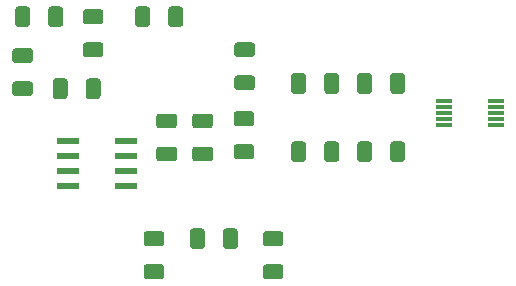
<source format=gbr>
%TF.GenerationSoftware,KiCad,Pcbnew,5.1.6-c6e7f7d~86~ubuntu18.04.1*%
%TF.CreationDate,2020-08-21T18:27:22+12:00*%
%TF.ProjectId,Biasing and 10V Test,42696173-696e-4672-9061-6e6420313056,rev?*%
%TF.SameCoordinates,Original*%
%TF.FileFunction,Paste,Top*%
%TF.FilePolarity,Positive*%
%FSLAX46Y46*%
G04 Gerber Fmt 4.6, Leading zero omitted, Abs format (unit mm)*
G04 Created by KiCad (PCBNEW 5.1.6-c6e7f7d~86~ubuntu18.04.1) date 2020-08-21 18:27:22*
%MOMM*%
%LPD*%
G01*
G04 APERTURE LIST*
%ADD10R,1.970000X0.570000*%
%ADD11R,1.400000X0.300000*%
G04 APERTURE END LIST*
%TO.C,C1*%
G36*
G01*
X119243000Y-72844500D02*
X119243000Y-74094500D01*
G75*
G02*
X118993000Y-74344500I-250000J0D01*
G01*
X118243000Y-74344500D01*
G75*
G02*
X117993000Y-74094500I0J250000D01*
G01*
X117993000Y-72844500D01*
G75*
G02*
X118243000Y-72594500I250000J0D01*
G01*
X118993000Y-72594500D01*
G75*
G02*
X119243000Y-72844500I0J-250000D01*
G01*
G37*
G36*
G01*
X122043000Y-72844500D02*
X122043000Y-74094500D01*
G75*
G02*
X121793000Y-74344500I-250000J0D01*
G01*
X121043000Y-74344500D01*
G75*
G02*
X120793000Y-74094500I0J250000D01*
G01*
X120793000Y-72844500D01*
G75*
G02*
X121043000Y-72594500I250000J0D01*
G01*
X121793000Y-72594500D01*
G75*
G02*
X122043000Y-72844500I0J-250000D01*
G01*
G37*
%TD*%
%TO.C,C2*%
G36*
G01*
X133663500Y-85544500D02*
X133663500Y-86794500D01*
G75*
G02*
X133413500Y-87044500I-250000J0D01*
G01*
X132663500Y-87044500D01*
G75*
G02*
X132413500Y-86794500I0J250000D01*
G01*
X132413500Y-85544500D01*
G75*
G02*
X132663500Y-85294500I250000J0D01*
G01*
X133413500Y-85294500D01*
G75*
G02*
X133663500Y-85544500I0J-250000D01*
G01*
G37*
G36*
G01*
X130863500Y-85544500D02*
X130863500Y-86794500D01*
G75*
G02*
X130613500Y-87044500I-250000J0D01*
G01*
X129863500Y-87044500D01*
G75*
G02*
X129613500Y-86794500I0J250000D01*
G01*
X129613500Y-85544500D01*
G75*
G02*
X129863500Y-85294500I250000J0D01*
G01*
X130613500Y-85294500D01*
G75*
G02*
X130863500Y-85544500I0J-250000D01*
G01*
G37*
%TD*%
%TO.C,R1*%
G36*
G01*
X114818000Y-70044500D02*
X116068000Y-70044500D01*
G75*
G02*
X116318000Y-70294500I0J-250000D01*
G01*
X116318000Y-71044500D01*
G75*
G02*
X116068000Y-71294500I-250000J0D01*
G01*
X114818000Y-71294500D01*
G75*
G02*
X114568000Y-71044500I0J250000D01*
G01*
X114568000Y-70294500D01*
G75*
G02*
X114818000Y-70044500I250000J0D01*
G01*
G37*
G36*
G01*
X114818000Y-72844500D02*
X116068000Y-72844500D01*
G75*
G02*
X116318000Y-73094500I0J-250000D01*
G01*
X116318000Y-73844500D01*
G75*
G02*
X116068000Y-74094500I-250000J0D01*
G01*
X114818000Y-74094500D01*
G75*
G02*
X114568000Y-73844500I0J250000D01*
G01*
X114568000Y-73094500D01*
G75*
G02*
X114818000Y-72844500I250000J0D01*
G01*
G37*
%TD*%
%TO.C,R2*%
G36*
G01*
X125930500Y-85538500D02*
X127180500Y-85538500D01*
G75*
G02*
X127430500Y-85788500I0J-250000D01*
G01*
X127430500Y-86538500D01*
G75*
G02*
X127180500Y-86788500I-250000J0D01*
G01*
X125930500Y-86788500D01*
G75*
G02*
X125680500Y-86538500I0J250000D01*
G01*
X125680500Y-85788500D01*
G75*
G02*
X125930500Y-85538500I250000J0D01*
G01*
G37*
G36*
G01*
X125930500Y-88338500D02*
X127180500Y-88338500D01*
G75*
G02*
X127430500Y-88588500I0J-250000D01*
G01*
X127430500Y-89338500D01*
G75*
G02*
X127180500Y-89588500I-250000J0D01*
G01*
X125930500Y-89588500D01*
G75*
G02*
X125680500Y-89338500I0J250000D01*
G01*
X125680500Y-88588500D01*
G75*
G02*
X125930500Y-88338500I250000J0D01*
G01*
G37*
%TD*%
%TO.C,R3*%
G36*
G01*
X120787000Y-69548500D02*
X122037000Y-69548500D01*
G75*
G02*
X122287000Y-69798500I0J-250000D01*
G01*
X122287000Y-70548500D01*
G75*
G02*
X122037000Y-70798500I-250000J0D01*
G01*
X120787000Y-70798500D01*
G75*
G02*
X120537000Y-70548500I0J250000D01*
G01*
X120537000Y-69798500D01*
G75*
G02*
X120787000Y-69548500I250000J0D01*
G01*
G37*
G36*
G01*
X120787000Y-66748500D02*
X122037000Y-66748500D01*
G75*
G02*
X122287000Y-66998500I0J-250000D01*
G01*
X122287000Y-67748500D01*
G75*
G02*
X122037000Y-67998500I-250000J0D01*
G01*
X120787000Y-67998500D01*
G75*
G02*
X120537000Y-67748500I0J250000D01*
G01*
X120537000Y-66998500D01*
G75*
G02*
X120787000Y-66748500I250000J0D01*
G01*
G37*
%TD*%
%TO.C,R4*%
G36*
G01*
X124978000Y-67998500D02*
X124978000Y-66748500D01*
G75*
G02*
X125228000Y-66498500I250000J0D01*
G01*
X125978000Y-66498500D01*
G75*
G02*
X126228000Y-66748500I0J-250000D01*
G01*
X126228000Y-67998500D01*
G75*
G02*
X125978000Y-68248500I-250000J0D01*
G01*
X125228000Y-68248500D01*
G75*
G02*
X124978000Y-67998500I0J250000D01*
G01*
G37*
G36*
G01*
X127778000Y-67998500D02*
X127778000Y-66748500D01*
G75*
G02*
X128028000Y-66498500I250000J0D01*
G01*
X128778000Y-66498500D01*
G75*
G02*
X129028000Y-66748500I0J-250000D01*
G01*
X129028000Y-67998500D01*
G75*
G02*
X128778000Y-68248500I-250000J0D01*
G01*
X128028000Y-68248500D01*
G75*
G02*
X127778000Y-67998500I0J250000D01*
G01*
G37*
%TD*%
%TO.C,R5*%
G36*
G01*
X136027000Y-85544500D02*
X137277000Y-85544500D01*
G75*
G02*
X137527000Y-85794500I0J-250000D01*
G01*
X137527000Y-86544500D01*
G75*
G02*
X137277000Y-86794500I-250000J0D01*
G01*
X136027000Y-86794500D01*
G75*
G02*
X135777000Y-86544500I0J250000D01*
G01*
X135777000Y-85794500D01*
G75*
G02*
X136027000Y-85544500I250000J0D01*
G01*
G37*
G36*
G01*
X136027000Y-88344500D02*
X137277000Y-88344500D01*
G75*
G02*
X137527000Y-88594500I0J-250000D01*
G01*
X137527000Y-89344500D01*
G75*
G02*
X137277000Y-89594500I-250000J0D01*
G01*
X136027000Y-89594500D01*
G75*
G02*
X135777000Y-89344500I0J250000D01*
G01*
X135777000Y-88594500D01*
G75*
G02*
X136027000Y-88344500I250000J0D01*
G01*
G37*
%TD*%
%TO.C,R6*%
G36*
G01*
X134864000Y-73592500D02*
X133614000Y-73592500D01*
G75*
G02*
X133364000Y-73342500I0J250000D01*
G01*
X133364000Y-72592500D01*
G75*
G02*
X133614000Y-72342500I250000J0D01*
G01*
X134864000Y-72342500D01*
G75*
G02*
X135114000Y-72592500I0J-250000D01*
G01*
X135114000Y-73342500D01*
G75*
G02*
X134864000Y-73592500I-250000J0D01*
G01*
G37*
G36*
G01*
X134864000Y-70792500D02*
X133614000Y-70792500D01*
G75*
G02*
X133364000Y-70542500I0J250000D01*
G01*
X133364000Y-69792500D01*
G75*
G02*
X133614000Y-69542500I250000J0D01*
G01*
X134864000Y-69542500D01*
G75*
G02*
X135114000Y-69792500I0J-250000D01*
G01*
X135114000Y-70542500D01*
G75*
G02*
X134864000Y-70792500I-250000J0D01*
G01*
G37*
%TD*%
%TO.C,R7*%
G36*
G01*
X134800500Y-79431500D02*
X133550500Y-79431500D01*
G75*
G02*
X133300500Y-79181500I0J250000D01*
G01*
X133300500Y-78431500D01*
G75*
G02*
X133550500Y-78181500I250000J0D01*
G01*
X134800500Y-78181500D01*
G75*
G02*
X135050500Y-78431500I0J-250000D01*
G01*
X135050500Y-79181500D01*
G75*
G02*
X134800500Y-79431500I-250000J0D01*
G01*
G37*
G36*
G01*
X134800500Y-76631500D02*
X133550500Y-76631500D01*
G75*
G02*
X133300500Y-76381500I0J250000D01*
G01*
X133300500Y-75631500D01*
G75*
G02*
X133550500Y-75381500I250000J0D01*
G01*
X134800500Y-75381500D01*
G75*
G02*
X135050500Y-75631500I0J-250000D01*
G01*
X135050500Y-76381500D01*
G75*
G02*
X134800500Y-76631500I-250000J0D01*
G01*
G37*
%TD*%
%TO.C,R8*%
G36*
G01*
X116068000Y-66748500D02*
X116068000Y-67998500D01*
G75*
G02*
X115818000Y-68248500I-250000J0D01*
G01*
X115068000Y-68248500D01*
G75*
G02*
X114818000Y-67998500I0J250000D01*
G01*
X114818000Y-66748500D01*
G75*
G02*
X115068000Y-66498500I250000J0D01*
G01*
X115818000Y-66498500D01*
G75*
G02*
X116068000Y-66748500I0J-250000D01*
G01*
G37*
G36*
G01*
X118868000Y-66748500D02*
X118868000Y-67998500D01*
G75*
G02*
X118618000Y-68248500I-250000J0D01*
G01*
X117868000Y-68248500D01*
G75*
G02*
X117618000Y-67998500I0J250000D01*
G01*
X117618000Y-66748500D01*
G75*
G02*
X117868000Y-66498500I250000J0D01*
G01*
X118618000Y-66498500D01*
G75*
G02*
X118868000Y-66748500I0J-250000D01*
G01*
G37*
%TD*%
%TO.C,R9*%
G36*
G01*
X139430000Y-72400000D02*
X139430000Y-73650000D01*
G75*
G02*
X139180000Y-73900000I-250000J0D01*
G01*
X138430000Y-73900000D01*
G75*
G02*
X138180000Y-73650000I0J250000D01*
G01*
X138180000Y-72400000D01*
G75*
G02*
X138430000Y-72150000I250000J0D01*
G01*
X139180000Y-72150000D01*
G75*
G02*
X139430000Y-72400000I0J-250000D01*
G01*
G37*
G36*
G01*
X142230000Y-72400000D02*
X142230000Y-73650000D01*
G75*
G02*
X141980000Y-73900000I-250000J0D01*
G01*
X141230000Y-73900000D01*
G75*
G02*
X140980000Y-73650000I0J250000D01*
G01*
X140980000Y-72400000D01*
G75*
G02*
X141230000Y-72150000I250000J0D01*
G01*
X141980000Y-72150000D01*
G75*
G02*
X142230000Y-72400000I0J-250000D01*
G01*
G37*
%TD*%
%TO.C,R10*%
G36*
G01*
X139436000Y-78178500D02*
X139436000Y-79428500D01*
G75*
G02*
X139186000Y-79678500I-250000J0D01*
G01*
X138436000Y-79678500D01*
G75*
G02*
X138186000Y-79428500I0J250000D01*
G01*
X138186000Y-78178500D01*
G75*
G02*
X138436000Y-77928500I250000J0D01*
G01*
X139186000Y-77928500D01*
G75*
G02*
X139436000Y-78178500I0J-250000D01*
G01*
G37*
G36*
G01*
X142236000Y-78178500D02*
X142236000Y-79428500D01*
G75*
G02*
X141986000Y-79678500I-250000J0D01*
G01*
X141236000Y-79678500D01*
G75*
G02*
X140986000Y-79428500I0J250000D01*
G01*
X140986000Y-78178500D01*
G75*
G02*
X141236000Y-77928500I250000J0D01*
G01*
X141986000Y-77928500D01*
G75*
G02*
X142236000Y-78178500I0J-250000D01*
G01*
G37*
%TD*%
%TO.C,R11*%
G36*
G01*
X145018000Y-72400000D02*
X145018000Y-73650000D01*
G75*
G02*
X144768000Y-73900000I-250000J0D01*
G01*
X144018000Y-73900000D01*
G75*
G02*
X143768000Y-73650000I0J250000D01*
G01*
X143768000Y-72400000D01*
G75*
G02*
X144018000Y-72150000I250000J0D01*
G01*
X144768000Y-72150000D01*
G75*
G02*
X145018000Y-72400000I0J-250000D01*
G01*
G37*
G36*
G01*
X147818000Y-72400000D02*
X147818000Y-73650000D01*
G75*
G02*
X147568000Y-73900000I-250000J0D01*
G01*
X146818000Y-73900000D01*
G75*
G02*
X146568000Y-73650000I0J250000D01*
G01*
X146568000Y-72400000D01*
G75*
G02*
X146818000Y-72150000I250000J0D01*
G01*
X147568000Y-72150000D01*
G75*
G02*
X147818000Y-72400000I0J-250000D01*
G01*
G37*
%TD*%
%TO.C,R12*%
G36*
G01*
X147818000Y-78178500D02*
X147818000Y-79428500D01*
G75*
G02*
X147568000Y-79678500I-250000J0D01*
G01*
X146818000Y-79678500D01*
G75*
G02*
X146568000Y-79428500I0J250000D01*
G01*
X146568000Y-78178500D01*
G75*
G02*
X146818000Y-77928500I250000J0D01*
G01*
X147568000Y-77928500D01*
G75*
G02*
X147818000Y-78178500I0J-250000D01*
G01*
G37*
G36*
G01*
X145018000Y-78178500D02*
X145018000Y-79428500D01*
G75*
G02*
X144768000Y-79678500I-250000J0D01*
G01*
X144018000Y-79678500D01*
G75*
G02*
X143768000Y-79428500I0J250000D01*
G01*
X143768000Y-78178500D01*
G75*
G02*
X144018000Y-77928500I250000J0D01*
G01*
X144768000Y-77928500D01*
G75*
G02*
X145018000Y-78178500I0J-250000D01*
G01*
G37*
%TD*%
%TO.C,R13*%
G36*
G01*
X127010000Y-78372000D02*
X128260000Y-78372000D01*
G75*
G02*
X128510000Y-78622000I0J-250000D01*
G01*
X128510000Y-79372000D01*
G75*
G02*
X128260000Y-79622000I-250000J0D01*
G01*
X127010000Y-79622000D01*
G75*
G02*
X126760000Y-79372000I0J250000D01*
G01*
X126760000Y-78622000D01*
G75*
G02*
X127010000Y-78372000I250000J0D01*
G01*
G37*
G36*
G01*
X127010000Y-75572000D02*
X128260000Y-75572000D01*
G75*
G02*
X128510000Y-75822000I0J-250000D01*
G01*
X128510000Y-76572000D01*
G75*
G02*
X128260000Y-76822000I-250000J0D01*
G01*
X127010000Y-76822000D01*
G75*
G02*
X126760000Y-76572000I0J250000D01*
G01*
X126760000Y-75822000D01*
G75*
G02*
X127010000Y-75572000I250000J0D01*
G01*
G37*
%TD*%
%TO.C,R14*%
G36*
G01*
X131308000Y-76819000D02*
X130058000Y-76819000D01*
G75*
G02*
X129808000Y-76569000I0J250000D01*
G01*
X129808000Y-75819000D01*
G75*
G02*
X130058000Y-75569000I250000J0D01*
G01*
X131308000Y-75569000D01*
G75*
G02*
X131558000Y-75819000I0J-250000D01*
G01*
X131558000Y-76569000D01*
G75*
G02*
X131308000Y-76819000I-250000J0D01*
G01*
G37*
G36*
G01*
X131308000Y-79619000D02*
X130058000Y-79619000D01*
G75*
G02*
X129808000Y-79369000I0J250000D01*
G01*
X129808000Y-78619000D01*
G75*
G02*
X130058000Y-78369000I250000J0D01*
G01*
X131308000Y-78369000D01*
G75*
G02*
X131558000Y-78619000I0J-250000D01*
G01*
X131558000Y-79369000D01*
G75*
G02*
X131308000Y-79619000I-250000J0D01*
G01*
G37*
%TD*%
D10*
%TO.C,U1*%
X119254500Y-77914500D03*
X119254500Y-79184500D03*
X119254500Y-80454500D03*
X119254500Y-81724500D03*
X124204500Y-81724500D03*
X124204500Y-80454500D03*
X124204500Y-79184500D03*
X124204500Y-77914500D03*
%TD*%
D11*
%TO.C,U2*%
X155511500Y-76517500D03*
X155511500Y-76017500D03*
X155511500Y-75517500D03*
X155511500Y-75017500D03*
X155511500Y-74517500D03*
X151111500Y-74517500D03*
X151111500Y-75017500D03*
X151111500Y-75517500D03*
X151111500Y-76017500D03*
X151111500Y-76517500D03*
%TD*%
M02*

</source>
